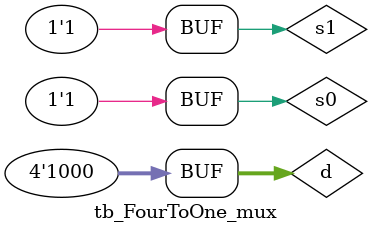
<source format=v>
module tb_FourToOne_mux;
  
  reg s0,s1;
  reg [3:0]d;
  wire out;
  
  // instantiate
  FourToOne_mux mux4(.y(out), .s0(s0),.s1(s1), .d(d));
  initial 
    begin
      $dumpvars;
      $dumpfile("dump.vcd");
      $monitor($time,"S1=%b,S0=%b,D0=%b,D1=%b,D2=%b,D3=%b,OUTPUT=%b",s1,s0,d[0],d[1],d[2],d[3],out);
      
      #10 s0=1'b0;s1=1'b0; d[0]=1'b0;d[1]=1'b0;d[2]=1'b0;d[3]=1'b0;
      #10 s0=1'b0;s1=1'b0; d[0]=1'b1;d[1]=1'b0;d[2]=1'b0;d[3]=1'b0;
      #10 s0=1'b1;s1=1'b0; d[0]=1'b1;d[1]=1'b0;d[2]=1'b0;d[3]=1'b0;
      #10 s0=1'b1;s1=1'b0; d[0]=1'b1;d[1]=1'b1;d[2]=1'b0;d[3]=1'b0;
      #10 s0=1'b0;s1=1'b1; d[0]=1'b1;d[1]=1'b0;d[2]=1'b0;d[3]=1'b0;
      #10 s0=1'b0;s1=1'b1; d[0]=1'b1;d[1]=1'b1;d[2]=1'b1;d[3]=1'b0;
      #10 s0=1'b1;s1=1'b1; d[0]=1'b1;d[1]=1'b0;d[2]=1'b1;d[3]=1'b0;
      #10 s0=1'b1;s1=1'b1; d[0]=1'b0;d[1]=1'b0;d[2]=1'b0;d[3]=1'b1;
      
    end
endmodule

</source>
